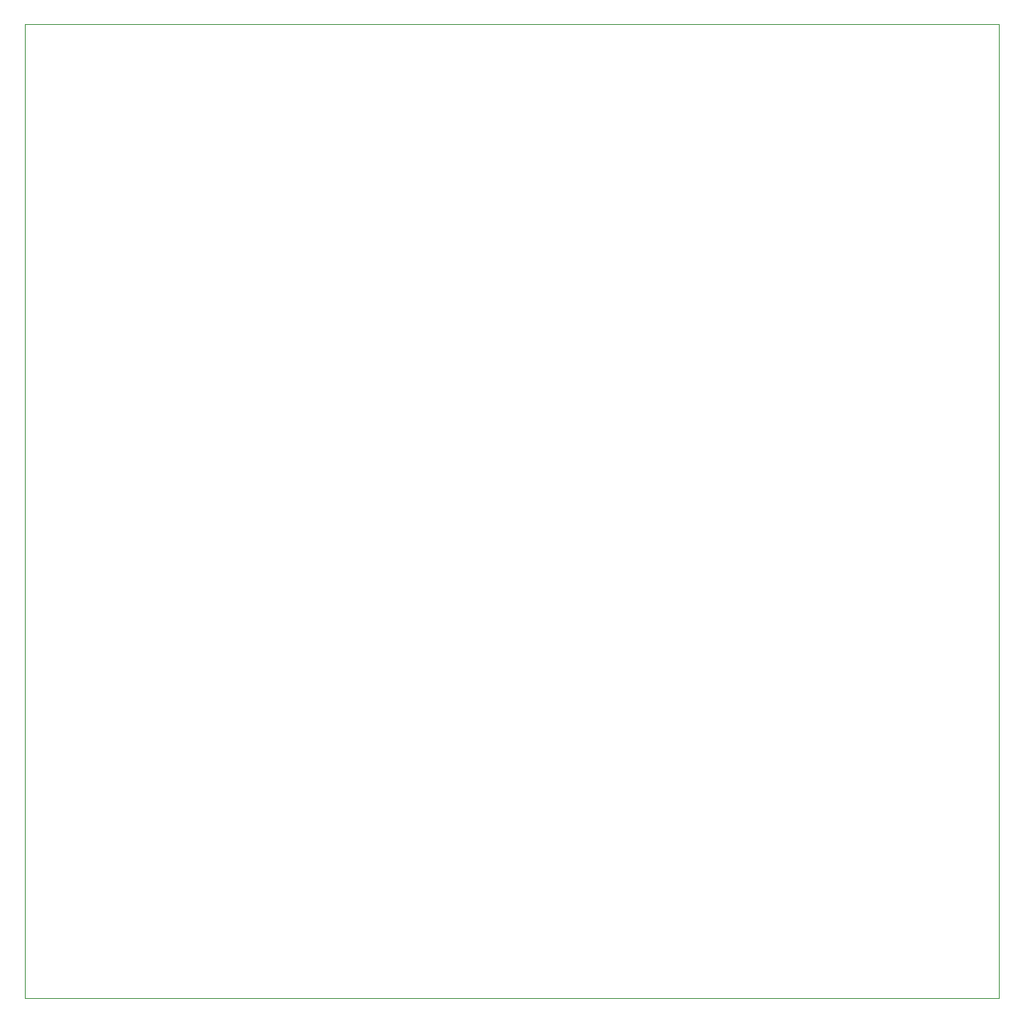
<source format=gbr>
%TF.GenerationSoftware,KiCad,Pcbnew,8.0.7*%
%TF.CreationDate,2025-03-12T15:09:51-04:00*%
%TF.ProjectId,skee-ball,736b6565-2d62-4616-9c6c-2e6b69636164,2*%
%TF.SameCoordinates,Original*%
%TF.FileFunction,Profile,NP*%
%FSLAX46Y46*%
G04 Gerber Fmt 4.6, Leading zero omitted, Abs format (unit mm)*
G04 Created by KiCad (PCBNEW 8.0.7) date 2025-03-12 15:09:51*
%MOMM*%
%LPD*%
G01*
G04 APERTURE LIST*
%TA.AperFunction,Profile*%
%ADD10C,0.050000*%
%TD*%
G04 APERTURE END LIST*
D10*
X171440000Y-126840000D02*
X65440000Y-126840000D01*
X65440000Y-20840000D01*
X171440000Y-20840000D01*
X171440000Y-126840000D01*
M02*

</source>
